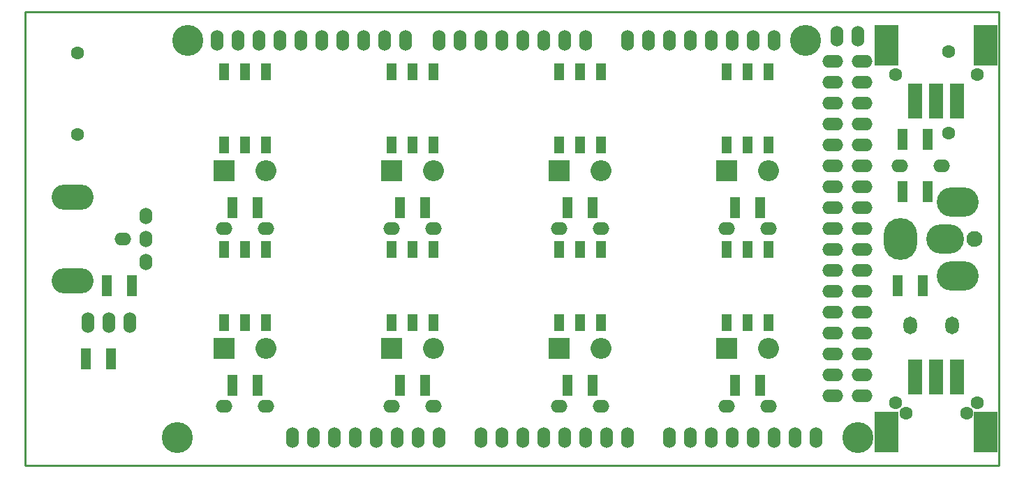
<source format=gbs>
G04 #@! TF.FileFunction,Soldermask,Bot*
%FSLAX46Y46*%
G04 Gerber Fmt 4.6, Leading zero omitted, Abs format (unit mm)*
G04 Created by KiCad (PCBNEW 0.201603210401+6634~43~ubuntu14.04.1-product) date Wed 06 Apr 2016 10:00:45 AM EDT*
%MOMM*%
G01*
G04 APERTURE LIST*
%ADD10C,0.100000*%
%ADD11C,0.228600*%
%ADD12O,1.524000X2.540000*%
%ADD13C,1.930400*%
%ADD14O,4.572000X3.556000*%
%ADD15O,4.064000X5.080000*%
%ADD16O,5.080000X3.556000*%
%ADD17R,1.270000X2.540000*%
%ADD18O,5.080000X3.048000*%
%ADD19O,2.032000X1.524000*%
%ADD20O,1.524000X2.032000*%
%ADD21C,3.759200*%
%ADD22O,2.540000X1.524000*%
%ADD23O,1.651000X2.159000*%
%ADD24C,1.600200*%
%ADD25R,1.778000X4.191000*%
%ADD26R,2.997200X5.029200*%
%ADD27R,1.270000X2.032000*%
%ADD28R,2.540000X2.540000*%
%ADD29O,2.540000X2.540000*%
G04 APERTURE END LIST*
D10*
D11*
X211455000Y-75311000D02*
X93345000Y-75311000D01*
X211455000Y-130429000D02*
X211455000Y-75311000D01*
X93345000Y-130429000D02*
X211455000Y-130429000D01*
X93345000Y-75311000D02*
X93345000Y-130429000D01*
D12*
X103505000Y-113030000D03*
X100965000Y-113030000D03*
X106045000Y-113030000D03*
D13*
X208457800Y-102870000D03*
D14*
X204952600Y-102870000D03*
D15*
X199466200Y-102870000D03*
D16*
X206451200Y-98374200D03*
X206451200Y-107365800D03*
D17*
X199136000Y-108585000D03*
X202184000Y-108585000D03*
X106299000Y-108585000D03*
X103251000Y-108585000D03*
D18*
X99060000Y-107950000D03*
X99060000Y-97790000D03*
D19*
X105156000Y-102870000D03*
D20*
X107950000Y-102870000D03*
X107950000Y-100076000D03*
X107950000Y-105664000D03*
D21*
X111760000Y-127000000D03*
X113030000Y-78740000D03*
X194310000Y-127000000D03*
X187960000Y-78740000D03*
D12*
X125730000Y-127000000D03*
X128270000Y-127000000D03*
X130810000Y-127000000D03*
X133350000Y-127000000D03*
X135890000Y-127000000D03*
X138430000Y-127000000D03*
X140970000Y-127000000D03*
X143510000Y-127000000D03*
X148590000Y-127000000D03*
X151130000Y-127000000D03*
X153670000Y-127000000D03*
X156210000Y-127000000D03*
X158750000Y-127000000D03*
X161290000Y-127000000D03*
X163830000Y-127000000D03*
X166370000Y-127000000D03*
X171450000Y-127000000D03*
X173990000Y-127000000D03*
X176530000Y-127000000D03*
X179070000Y-127000000D03*
X181610000Y-127000000D03*
X184150000Y-127000000D03*
X186690000Y-127000000D03*
X189230000Y-127000000D03*
X116586000Y-78740000D03*
X119126000Y-78740000D03*
X121666000Y-78740000D03*
X124206000Y-78740000D03*
X126746000Y-78740000D03*
X129286000Y-78740000D03*
X131826000Y-78740000D03*
X134366000Y-78740000D03*
X136906000Y-78740000D03*
X139446000Y-78740000D03*
X143510000Y-78740000D03*
X161290000Y-78740000D03*
X158750000Y-78740000D03*
X156210000Y-78740000D03*
X153670000Y-78740000D03*
X151130000Y-78740000D03*
X148590000Y-78740000D03*
X146050000Y-78740000D03*
X166370000Y-78740000D03*
X168910000Y-78740000D03*
X171450000Y-78740000D03*
X173990000Y-78740000D03*
X176530000Y-78740000D03*
X179070000Y-78740000D03*
X181610000Y-78740000D03*
X184150000Y-78740000D03*
X191770000Y-78232000D03*
X194310000Y-78232000D03*
D22*
X191262000Y-81280000D03*
X194818000Y-81280000D03*
X191262000Y-83820000D03*
X194818000Y-83820000D03*
X191262000Y-86360000D03*
X194818000Y-86360000D03*
X191262000Y-88900000D03*
X194818000Y-88900000D03*
X191262000Y-91440000D03*
X194818000Y-91440000D03*
X191262000Y-93980000D03*
X194818000Y-93980000D03*
X191262000Y-96520000D03*
X194818000Y-96520000D03*
X191262000Y-99060000D03*
X194818000Y-99060000D03*
X191262000Y-101600000D03*
X194818000Y-101600000D03*
X191262000Y-104140000D03*
X194818000Y-104140000D03*
X191262000Y-106680000D03*
X194818000Y-106680000D03*
X191262000Y-109220000D03*
X194818000Y-109220000D03*
X191262000Y-111760000D03*
X194818000Y-111760000D03*
X191262000Y-114300000D03*
X194818000Y-114300000D03*
X191262000Y-116840000D03*
X194818000Y-116840000D03*
X191262000Y-119380000D03*
X194818000Y-119380000D03*
X191262000Y-121920000D03*
X194818000Y-121920000D03*
D23*
X200660000Y-113385600D03*
X205740000Y-113385600D03*
D24*
X99695000Y-90170000D03*
X99695000Y-80264000D03*
D25*
X206375000Y-86106000D03*
X203835000Y-86106000D03*
X201295000Y-86106000D03*
D24*
X208788000Y-82931000D03*
X198882000Y-82931000D03*
D26*
X209829400Y-79375000D03*
X197840600Y-79375000D03*
D24*
X205359000Y-80137000D03*
X205359000Y-90043000D03*
D25*
X201295000Y-119634000D03*
X203835000Y-119634000D03*
X206375000Y-119634000D03*
D24*
X198882000Y-122809000D03*
X208788000Y-122809000D03*
D26*
X197840600Y-126365000D03*
X209829400Y-126365000D03*
D24*
X207518000Y-124079000D03*
X200152000Y-124079000D03*
D17*
X100711000Y-117475000D03*
X103759000Y-117475000D03*
X202819000Y-90805000D03*
X199771000Y-90805000D03*
X199771000Y-97155000D03*
X202819000Y-97155000D03*
X118491000Y-99060000D03*
X121539000Y-99060000D03*
X138811000Y-99060000D03*
X141859000Y-99060000D03*
X159131000Y-99060000D03*
X162179000Y-99060000D03*
X179451000Y-99060000D03*
X182499000Y-99060000D03*
X118491000Y-120650000D03*
X121539000Y-120650000D03*
X138811000Y-120650000D03*
X141859000Y-120650000D03*
X159131000Y-120650000D03*
X162179000Y-120650000D03*
X179451000Y-120650000D03*
X182499000Y-120650000D03*
D27*
X117475000Y-82550000D03*
X120015000Y-82550000D03*
X122555000Y-82550000D03*
X122555000Y-91440000D03*
X120015000Y-91440000D03*
X117475000Y-91440000D03*
X137795000Y-82550000D03*
X140335000Y-82550000D03*
X142875000Y-82550000D03*
X142875000Y-91440000D03*
X140335000Y-91440000D03*
X137795000Y-91440000D03*
X158115000Y-82550000D03*
X160655000Y-82550000D03*
X163195000Y-82550000D03*
X163195000Y-91440000D03*
X160655000Y-91440000D03*
X158115000Y-91440000D03*
X178435000Y-82550000D03*
X180975000Y-82550000D03*
X183515000Y-82550000D03*
X183515000Y-91440000D03*
X180975000Y-91440000D03*
X178435000Y-91440000D03*
X117475000Y-104140000D03*
X120015000Y-104140000D03*
X122555000Y-104140000D03*
X122555000Y-113030000D03*
X120015000Y-113030000D03*
X117475000Y-113030000D03*
X137795000Y-104140000D03*
X140335000Y-104140000D03*
X142875000Y-104140000D03*
X142875000Y-113030000D03*
X140335000Y-113030000D03*
X137795000Y-113030000D03*
X158115000Y-104140000D03*
X160655000Y-104140000D03*
X163195000Y-104140000D03*
X163195000Y-113030000D03*
X160655000Y-113030000D03*
X158115000Y-113030000D03*
X178435000Y-104140000D03*
X180975000Y-104140000D03*
X183515000Y-104140000D03*
X183515000Y-113030000D03*
X180975000Y-113030000D03*
X178435000Y-113030000D03*
D19*
X178435000Y-123190000D03*
X183515000Y-123190000D03*
X158115000Y-123190000D03*
X163195000Y-123190000D03*
X137795000Y-123190000D03*
X142875000Y-123190000D03*
X117475000Y-123190000D03*
X122555000Y-123190000D03*
X178435000Y-101600000D03*
X183515000Y-101600000D03*
X158115000Y-101600000D03*
X163195000Y-101600000D03*
X137795000Y-101600000D03*
X142875000Y-101600000D03*
X117475000Y-101600000D03*
X122555000Y-101600000D03*
X204470000Y-93980000D03*
X199390000Y-93980000D03*
D28*
X178435000Y-116205000D03*
D29*
X183515000Y-116205000D03*
D28*
X158115000Y-116205000D03*
D29*
X163195000Y-116205000D03*
D28*
X137795000Y-116205000D03*
D29*
X142875000Y-116205000D03*
D28*
X117475000Y-116205000D03*
D29*
X122555000Y-116205000D03*
D28*
X178435000Y-94615000D03*
D29*
X183515000Y-94615000D03*
D28*
X158115000Y-94615000D03*
D29*
X163195000Y-94615000D03*
D28*
X137795000Y-94615000D03*
D29*
X142875000Y-94615000D03*
D28*
X117475000Y-94615000D03*
D29*
X122555000Y-94615000D03*
M02*

</source>
